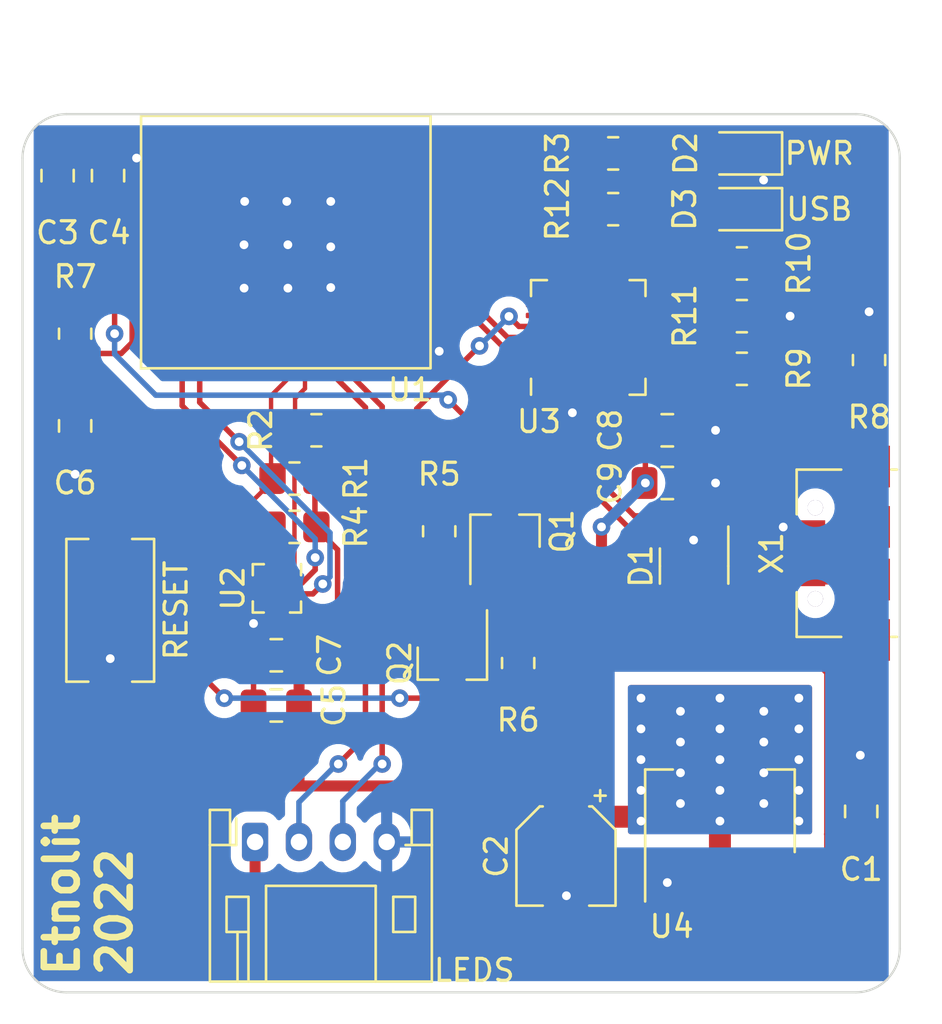
<source format=kicad_pcb>
(kicad_pcb (version 20211014) (generator pcbnew)
  (layers (0 "F.Cu" signal) (31 "B.Cu" signal) (34 "B.Paste" user) (35 "F.Paste" user) (36 "B.SilkS" user "B.Silkscreen") (37 "F.SilkS" user "F.Silkscreen") (38 "B.Mask" user) (39 "F.Mask" user) (44 "Edge.Cuts" user))
  (net 0 "")
  (net 1 "VBUS")
  (net 2 "GND")
  (net 3 "+3V3")
  (net 4 "/RESET")
  (net 5 "Net-(Q1-Pad1)")
  (net 6 "/DTR")
  (net 7 "/GPIO2")
  (net 8 "Net-(Q2-Pad1)")
  (net 9 "/RTS")
  (net 10 "/SDA")
  (net 11 "/SDC")
  (net 17 "/INT1")
  (net 18 "Net-(D1-Pad1)")
  (net 22 "/LEDC")
  (net 23 "/LEDD")
  (net 32 "/RXD0")
  (net 33 "/TXD0")
  (net 56 "Net-(R4-Pad2)")
  (net 57 "Net-(R11-Pad1)")
  (net 58 "Net-(R10-Pad2)")
  (net 59 "Net-(R8-Pad1)")
  (net 60 "Net-(D1-Pad3)")
  (net 61 "/INT2")
  (net 63 "Net-(D2-Pad2)")
  (net 64 "Net-(D3-Pad2)")
  (net 65 "Net-(R12-Pad1)")
  (footprint "Capacitor_SMD:C_0805_2012Metric_Pad1.18x1.45mm_HandSolder" (layer "F.Cu") (at 149.4 96.8)
    (fp_text reference "C9")
    (fp_text value "100nF")
  )
  (footprint "Capacitor_SMD:C_0805_2012Metric_Pad1.18x1.45mm_HandSolder" (layer "F.Cu") (at 122.4 94.2 -90)
    (fp_text reference "C6")
    (fp_text value "100nF")
  )
  (footprint "Resistor_SMD:R_0805_2012Metric_Pad1.20x1.40mm_HandSolder" (layer "F.Cu") (at 152.8 86.8 180)
    (fp_text reference "R10")
    (fp_text value "1K")
  )
  (footprint "Espressif:ESP32-C3-MINI-1" (layer "F.Cu") (at 132.08 85.95)
    (fp_text reference "U1")
    (fp_text value "ESP32-C3-MINI-1")
  )
  (footprint "Package_TO_SOT_SMD:SOT-23-5" (layer "F.Cu") (at 150.622 100.584 -90)
    (fp_text reference "D1")
    (fp_text value "SP0504BAHT")
  )
  (footprint "Package_DFN_QFN:QFN-28-1EP_5x5mm_P0.5mm_EP3.35x3.35mm" (layer "F.Cu") (at 145.796 90.17 90)
    (fp_text reference "U3")
    (fp_text value "CP2102N")
  )
  (footprint "Resistor_SMD:R_0805_2012Metric_Pad1.20x1.40mm_HandSolder" (layer "F.Cu") (at 133.4 94.4 180)
    (fp_text reference "R2")
    (fp_text value "10K")
  )
  (footprint "Capacitor_SMD:C_0805_2012Metric_Pad1.18x1.45mm_HandSolder" (layer "F.Cu") (at 123.9 82.8 90)
    (fp_text reference "C4")
    (fp_text value "100nF")
  )
  (footprint "Capacitor_SMD:C_0805_2012Metric_Pad1.18x1.45mm_HandSolder" (layer "F.Cu") (at 121.6 82.8 90)
    (fp_text reference "C3")
    (fp_text value "10uF")
  )
  (footprint "Package_TO_SOT_SMD:SOT-23_Handsoldering" (layer "F.Cu") (at 139.6 105 -90)
    (fp_text reference "Q2")
    (fp_text value "BC817")
  )
  (footprint "Capacitor_SMD:C_0805_2012Metric_Pad1.18x1.45mm_HandSolder" (layer "F.Cu") (at 131.572 106.9335 180)
    (fp_text reference "C5")
    (fp_text value "10uF")
  )
  (footprint "Resistor_SMD:R_0805_2012Metric_Pad1.20x1.40mm_HandSolder" (layer "F.Cu") (at 139 99 -90)
    (fp_text reference "R5")
    (fp_text value "10K")
  )
  (footprint "Diode_SMD:D_0805_2012Metric_Pad1.15x1.40mm_HandSolder" (layer "F.Cu") (at 152.775 84.328 180)
    (fp_text reference "D3")
    (fp_text value "USB")
  )
  (footprint "Custom:KSR Series" (layer "F.Cu") (at 124 102.6 90)
    (fp_text reference "PB1" hide)
    (fp_text value "RESET")
  )
  (footprint "Resistor_SMD:R_0805_2012Metric_Pad1.20x1.40mm_HandSolder" (layer "F.Cu") (at 132.4 96.6 180)
    (fp_text reference "R1")
    (fp_text value "10K")
  )
  (footprint "Package_TO_SOT_SMD:SOT-23_Handsoldering" (layer "F.Cu") (at 142 99 90)
    (fp_text reference "Q1")
    (fp_text value "BC817")
  )
  (footprint "Resistor_SMD:R_0805_2012Metric_Pad1.20x1.40mm_HandSolder" (layer "F.Cu") (at 146.933 81.788)
    (fp_text reference "R3")
    (fp_text value "1K")
  )
  (footprint "Connector_JST:JST_PH_S4B-PH-K_1x04_P2.00mm_Horizontal" (layer "F.Cu") (at 130.604 113.15)
    (fp_text reference "X2" hide)
    (fp_text value "Conn_01x04_Female")
  )
  (footprint "Diode_SMD:D_0805_2012Metric_Pad1.15x1.40mm_HandSolder" (layer "F.Cu") (at 152.775 81.788 180)
    (fp_text reference "D2")
    (fp_text value "PWR")
  )
  (footprint "Resistor_SMD:R_0805_2012Metric_Pad1.20x1.40mm_HandSolder" (layer "F.Cu") (at 142.6 105 90)
    (fp_text reference "R6")
    (fp_text value "10K")
  )
  (footprint "Package_TO_SOT_SMD:SOT-223-3_TabPin2" (layer "F.Cu") (at 151.8 111.76 90)
    (fp_text reference "U4")
    (fp_text value "LM1117-3.3")
  )
  (footprint "Resistor_SMD:R_0805_2012Metric_Pad1.20x1.40mm_HandSolder" (layer "F.Cu") (at 122.4 90 -90)
    (fp_text reference "R7")
    (fp_text value "10K")
  )
  (footprint "Capacitor_SMD:C_0805_2012Metric_Pad1.18x1.45mm_HandSolder" (layer "F.Cu") (at 158.242 111.76 90)
    (fp_text reference "C1")
    (fp_text value "10uF")
  )
  (footprint "Resistor_SMD:R_0805_2012Metric_Pad1.20x1.40mm_HandSolder" (layer "F.Cu") (at 152.8 91.6 180)
    (fp_text reference "R9")
    (fp_text value "22K1")
  )
  (footprint "Package_LGA:LGA-12_2x2mm_P0.5mm" (layer "F.Cu") (at 131.6 101.6 -90)
    (fp_text reference "U2")
    (fp_text value "LIS2DW12")
  )
  (footprint "Capacitor_SMD:C_0805_2012Metric_Pad1.18x1.45mm_HandSolder" (layer "F.Cu") (at 131.572 104.6475 180)
    (fp_text reference "C7")
    (fp_text value "100nF")
  )
  (footprint "Resistor_SMD:R_0805_2012Metric_Pad1.20x1.40mm_HandSolder" (layer "F.Cu") (at 132.4 98.8 180)
    (fp_text reference "R4")
    (fp_text value "1K")
  )
  (footprint "Resistor_SMD:R_0805_2012Metric_Pad1.20x1.40mm_HandSolder" (layer "F.Cu") (at 152.8 89.2)
    (fp_text reference "R11")
    (fp_text value "47K5")
  )
  (footprint "Resistor_SMD:R_0805_2012Metric_Pad1.20x1.40mm_HandSolder" (layer "F.Cu") (at 146.933 84.328)
    (fp_text reference "R12")
    (fp_text value "1K")
  )
  (footprint "Capacitor_SMD:CP_Elec_4x5.4" (layer "F.Cu") (at 144.78 113.792 -90)
    (fp_text reference "C2")
    (fp_text value "22uF")
  )
  (footprint "Resistor_SMD:R_0805_2012Metric_Pad1.20x1.40mm_HandSolder" (layer "F.Cu") (at 158.6 91.2 90)
    (fp_text reference "R8")
    (fp_text value "0R")
  )
  (footprint "Capacitor_SMD:C_0805_2012Metric_Pad1.18x1.45mm_HandSolder" (layer "F.Cu") (at 149.4 94.4)
    (fp_text reference "C8")
    (fp_text value "10uF")
  )
  (footprint "Custom:Wurth 629105136821" (layer "F.Cu") (at 158.6 100 90)
    (fp_text reference "X1")
    (fp_text value "USB_B_Micro")
  )
  (gr_arc locked (start 158 80) (mid 159.414214 80.585786) (end 160 82) (layer "Edge.Cuts") (width 0.1))
  (gr_line locked (start 120 118) (end 120 82) (layer "Edge.Cuts") (width 0.1))
  (gr_line locked (start 122 80) (end 158 80) (layer "Edge.Cuts") (width 0.1))
  (gr_line locked (start 158 120) (end 122 120) (layer "Edge.Cuts") (width 0.1))
  (gr_arc locked (start 160 118) (mid 159.414214 119.414214) (end 158 120) (layer "Edge.Cuts") (width 0.1))
  (gr_arc locked (start 120 82) (mid 120.585786 80.585787) (end 122 80) (layer "Edge.Cuts") (width 0.1))
  (gr_arc locked (start 122 120) (mid 120.585786 119.414214) (end 120 118) (layer "Edge.Cuts") (width 0.1))
  (gr_line locked (start 160 82) (end 160 118) (layer "Edge.Cuts") (width 0.1))
  (gr_text "Etnolit\n2022" (at 123 119.4 90) (layer "F.SilkS") (effects (font (size 1.5 1.5) (thickness 0.3)) (justify left)))
  (segment (start 156.2 115) (end 156.8 114.4) (width 0.5) (layer "F.Cu") (net 1))
  (segment (start 151.572 103.172) (end 151.572 101.7215) (width 0.5) (layer "F.Cu") (net 1))
  (segment (start 156.075 101.3) (end 151.6585 101.3) (width 0.25) (layer "F.Cu") (net 1))
  (segment (start 156.8 114.4) (end 156.8 112.7975) (width 0.5) (layer "F.Cu") (net 1))
  (segment (start 157 101.3) (end 157.226 101.074) (width 0.25) (layer "F.Cu") (net 1))
  (segment (start 158.242 112.7975) (end 156.8 112.7975) (width 0.5) (layer "F.Cu") (net 1))
  (segment (start 156.8 112.7975) (end 156.8 105.4) (width 0.5) (layer "F.Cu") (net 1))
  (segment (start 154.01 115) (end 156.2 115) (width 0.5) (layer "F.Cu") (net 1))
  (segment (start 154 115.01) (end 154.01 115) (width 0.5) (layer "F.Cu") (net 1))
  (segment (start 130.604 115.404) (end 133.4 118.2) (width 0.5) (layer "F.Cu") (net 1))
  (segment (start 130.604 113.15) (end 130.604 115.404) (width 0.5) (layer "F.Cu") (net 1))
  (segment (start 154 116.8) (end 154 115.01) (width 0.5) (layer "F.Cu") (net 1))
  (segment (start 156.8 105.4) (end 155.6 104.2) (width 0.5) (layer "F.Cu") (net 1))
  (segment (start 155.6 104.2) (end 152.6 104.2) (width 0.5) (layer "F.Cu") (net 1))
  (segment (start 156.075 101.3) (end 157 101.3) (width 0.25) (layer "F.Cu") (net 1))
  (segment (start 152.6 118.2) (end 154 116.8) (width 0.5) (layer "F.Cu") (net 1))
  (segment (start 157.226 95.026) (end 153.8 91.6) (width 0.25) (layer "F.Cu") (net 1))
  (segment (start 157.226 101.074) (end 157.226 95.026) (width 0.25) (layer "F.Cu") (net 1))
  (segment (start 152.6 104.2) (end 151.572 103.172) (width 0.5) (layer "F.Cu") (net 1))
  (segment (start 133.4 118.2) (end 152.6 118.2) (width 0.5) (layer "F.Cu") (net 1))
  (segment (start 126.9225 81.95) (end 127.28 81.95) (width 0.25) (layer "F.Cu") (net 2))
  (segment (start 127.28 89.8775) (end 127.2575 89.9) (width 0.25) (layer "F.Cu") (net 2))
  (segment (start 130.5345 104.6475) (end 130.5345 103.2) (width 0.25) (layer "F.Cu") (net 2))
  (segment (start 128.88 81.05) (end 128.08 81.05) (width 0.25) (layer "F.Cu") (net 2))
  (segment (start 129.68 81.05) (end 128.88 81.05) (width 0.25) (layer "F.Cu") (net 2))
  (segment (start 130.105 85.95) (end 130.1 85.95) (width 0.25) (layer "F.Cu") (net 2))
  (segment (start 126.13 89.95) (end 126.18 89.9) (width 0.25) (layer "F.Cu") (net 2))
  (segment (start 130.5345 103.145) (end 130.85 102.8295) (width 0.25) (layer "F.Cu") (net 2))
  (segment (start 126.13 90.9) (end 126.13 89.95) (width 0.25) (layer "F.Cu") (net 2))
  (segment (start 130.1 85.95) (end 132.098 85.95) (width 0.25) (layer "F.Cu") (net 2))
  (segment (start 126.13 81) (end 127.23 81) (width 0.25) (layer "F.Cu") (net 2))
  (segment (start 127.28 85.978) (end 127.28 89.8775) (width 0.25) (layer "F.Cu") (net 2))
  (segment (start 130.8375 102.3465) (end 130.822 102.362) (width 0.25) (layer "F.Cu") (net 2))
  (segment (start 145.296 92.62) (end 145.296 90.67) (width 0.25) (layer "F.Cu") (net 2))
  (segment (start 158.242 109.242) (end 158.2 109.2) (width 0.25) (layer "F.Cu") (net 2))
  (segment (start 122.4 96.4) (end 122.428 96.372) (width 0.25) (layer "F.Cu") (net 2))
  (segment (start 158.6 90.2) (end 158.6 89) (width 0.25) (layer "F.Cu") (net 2))
  (segment (start 132.102 85.95) (end 134.055 85.95) (width 0.25) (layer "F.Cu") (net 2))
  (segment (start 126.18 89.9) (end 127.2575 89.9) (width 0.25) (layer "F.Cu") (net 2))
  (segment (start 132.1 87.925) (end 134.028 87.925) (width 0.25) (layer "F.Cu") (net 2))
  (segment (start 126.18 81.95) (end 126.9225 81.95) (width 0.25) (layer "F.Cu") (net 2))
  (segment (start 155 89.2) (end 153.8 89.2) (width 0.25) (layer "F.Cu") (net 2))
  (segment (start 125.2 82) (end 124.1375 82) (width 0.25) (layer "F.Cu") (net 2))
  (segment (start 128.08 81.05) (end 127.28 81.05) (width 0.25) (layer "F.Cu") (net 2))
  (segment (start 144.792 115.592) (end 144.8 115.6) (width 0.25) (layer "F.Cu") (net 2))
  (segment (start 130.85 102.8295) (end 130.85 102.3625) (width 0.25) (layer "F.Cu") (net 2))
  (segment (start 129.68 81.05) (end 130.48 81.05) (width 0.25) (layer "F.Cu") (net 2))
  (segment (start 130.105 84) (end 130.13 83.975) (width 0.25) (layer "F.Cu") (net 2))
  (segment (start 139 90.898) (end 138.028 90.898) (width 0.25) (layer "F.Cu") (net 2))
  (segment (start 130.105 87.925) (end 132.1 87.925) (width 0.25) (layer "F.Cu") (net 2))
  (segment (start 145.296 90.67) (end 145.796 90.17) (width 0.25) (layer "F.Cu") (net 2))
  (segment (start 144.78 115.592) (end 144.792 115.592) (width 0.25) (layer "F.Cu") (net 2))
  (segment (start 124.1375 82) (end 123.9 81.7625) (width 0.25) (layer "F.Cu") (net 2))
  (segment (start 149.49 114.91) (end 149.4 115) (width 0.25) (layer "F.Cu") (net 2))
  (segment (start 153.8 83.009) (end 153.791 83) (width 0.25) (layer "F.Cu") (net 2))
  (segment (start 145.296 93.3755) (end 145.0715 93.6) (width 0.25) (layer "F.Cu") (net 2))
  (segment (start 127.23 81) (end 127.28 81.05) (width 0.25) (layer "F.Cu") (net 2))
  (segment (start 128.58 89.9) (end 128.88 90.2) (width 0.25) (layer "F.Cu") (net 2))
  (segment (start 158.242 110.7225) (end 158.242 109.242) (width 0.25) (layer "F.Cu") (net 2))
  (segment (start 150.4375 94.4) (end 151.6 94.4) (width 0.25) (layer "F.Cu") (net 2))
  (segment (start 130.48 81.05) (end 136.88 81.05) (width 0.25) (layer "F.Cu") (net 2))
  (segment (start 130.105 87.925) (end 130.105 84) (width 0.25) (layer "F.Cu") (net 2))
  (segment (start 153.8 84.328) (end 153.8 83.009) (width 0.25) (layer "F.Cu") (net 2))
  (segment (start 126.18 81.95) (end 126.18 82.75) (width 0.25) (layer "F.Cu") (net 2))
  (segment (start 153.8 82.991) (end 153.791 83) (width 0.25) (layer "F.Cu") (net 2))
  (segment (start 136.93 81) (end 136.88 81.05) (width 0.25) (layer "F.Cu") (net 2))
  (segment (start 134.028 87.925) (end 134.055 87.898) (width 0.25) (layer "F.Cu") (net 2))
  (segment (start 121.6 81.7625) (end 123.9 81.7625) (width 0.5) (layer "F.Cu") (net 2))
  (segment (start 150.622 99.422) (end 150.6 99.4) (width 0.25) (layer "F.Cu") (net 2))
  (segment (start 130.8375 101.3775) (end 130.8375 102.3465) (width 0.25) (layer "F.Cu") (net 2))
  (segment (start 130.822 102.362) (end 131.322 102.362) (width 0.25) (layer "F.Cu") (net 2))
  (segment (start 127.28 81.95) (end 127.28 85.978) (width 0.25) (layer "F.Cu") (net 2))
  (segment (start 150.4375 96.8) (end 151.6 96.8) (width 0.25) (layer "F.Cu") (net 2))
  (segment (start 138.03 81) (end 136.93 81) (width 0.25) (layer "F.Cu") (net 2))
  (segment (start 130.5345 104.6475) (end 130.5345 106.9335) (width 0.25) (layer "F.Cu") (net 2))
  (segment (start 127.2575 89.9) (end 128.58 89.9) (width 0.25) (layer "F.Cu") (net 2))
  (segment (start 124 106.1) (end 124 104.8) (width 0.25) (layer "F.Cu") (net 2))
  (segment (start 130.13 83.975) (end 132.05 83.975) (width 0.25) (layer "F.Cu") (net 2))
  (segment (start 127.28 81.95) (end 127.28 81.05) (width 0.25) (layer "F.Cu") (net 2))
  (segment (start 134.055 83.975) (end 134.055 86.043) (width 0.25) (layer "F.Cu") (net 2))
  (segment (start 154.792 98.7) (end 154.686 98.806) (width 0.25) (layer "F.Cu") (net 2))
  (segment (start 132.098 85.95) (end 132.1 85.948) (width 0.25) (layer "F.Cu") (net 2))
  (segment (start 132.08 87.925) (end 132.08 83.975) (width 0.25) (layer "F.Cu") (net 2))
  (segment (start 125.25 81.95) (end 126.18 81.95) (width 0.25) (layer "F.Cu") (net 2))
  (segment (start 130.5345 103.2) (end 130.5345 103.145) (width 0.25) (layer "F.Cu") (net 2))
  (segment (start 122.428 96.372) (end 122.428 95.2715) (width 0.25) (layer "F.Cu") (net 2))
  (segment (start 132.05 83.975) (end 134.055 83.975) (width 0.25) (layer "F.Cu") (net 2))
  (segment (start 145.296 92.62) (end 145.296 93.3755) (width 0.25) (layer "F.Cu") (net 2))
  (segment (start 156.075 98.7) (end 154.792 98.7) (width 0.25) (layer "F.Cu") (net 2))
  (segment (start 150.622 99.4465) (end 150.622 99.422) (width 0.25) (layer "F.Cu") (net 2))
  (segment (start 149.5 114.91) (end 149.49 114.91) (width 0.25) (layer "F.Cu") (net 2))
  (segment (start 134.055 86.043) (end 134.055 87.898) (width 0.25) (layer "F.Cu") (net 2))
  (segment (start 125.2 82) (end 125.25 81.95) (width 0.25) (layer "F.Cu") (net 2))
  (segment (start 128.88 90.2) (end 128.88 90.85) (width 0.25) (layer "F.Cu") (net 2))
  (segment (start 132.1 85.948) (end 132.102 85.95) (width 0.25) (layer "F.Cu") (net 2))
  (segment (start 153.8 81.788) (end 153.8 82.991) (width 0.25) (layer "F.Cu") (net 2))
  (via (at 122.4 96.4) (size 0.8) (drill 0.4) (layers "F.Cu" "B.Cu") (net 2))
  (via (at 151.6 94.4) (size 0.8) (drill 0.4) (layers "F.Cu" "B.Cu") (net 2))
  (via (at 132.05 83.975) (size 0.8) (drill 0.4) (layers "F.Cu" "B.Cu") (net 2))
  (via (at 124 104.8) (size 0.8) (drill 0.4) (layers "F.Cu" "B.Cu") (net 2))
  (via (at 150.6 99.4) (size 0.8) (drill 0.4) (layers "F.Cu" "B.Cu") (net 2))
  (via (at 151.6 96.8) (size 0.8) (drill 0.4) (layers "F.Cu" "B.Cu") (net 2))
  (via (at 134.055 83.975) (size 0.8) (drill 0.4) (layers "F.Cu" "B.Cu") (net 2))
  (via (at 139 90.8) (size 0.8) (drill 0.4) (layers "F.Cu" "B.Cu") (net 2))
  (via (at 158.2 109.2) (size 0.8) (drill 0.4) (layers "F.Cu" "B.Cu") (net 2))
  (via (at 145.0715 93.6) (size 0.8) (drill 0.4) (layers "F.Cu" "B.Cu") (net 2))
  (via (at 130.13 83.975) (size 0.8) (drill 0.4) (layers "F.Cu" "B.Cu") (net 2))
  (via (at 132.1 85.948) (size 0.8) (drill 0.4) (layers "F.Cu" "B.Cu") (net 2))
  (via (at 144.8 115.6) (size 0.8) (drill 0.4) (layers "F.Cu" "B.Cu") (net 2))
  (via (at 155 89.2) (size 0.8) (drill 0.4) (layers "F.Cu" "B.Cu") (net 2))
  (via (at 125.2 82) (size 0.8) (drill 0.4) (layers "F.Cu" "B.Cu") (net 2))
  (via (at 134.055 87.898) (size 0.8) (drill 0.4) (layers "F.Cu" "B.Cu") (net 2))
  (via (at 130.5345 103.2) (size 0.8) (drill 0.4) (layers "F.Cu" "B.Cu") (net 2))
  (via (at 132.1 87.925) (size 0.8) (drill 0.4) (layers "F.Cu" "B.Cu") (net 2))
  (via (at 153.791 83) (size 0.8) (drill 0.4) (layers "F.Cu" "B.Cu") (net 2))
  (via (at 134.055 86.043) (size 0.8) (drill 0.4) (layers "F.Cu" "B.Cu") (net 2))
  (via (at 149.4 115) (size 0.8) (drill 0.4) (layers "F.Cu" "B.Cu") (net 2))
  (via (at 158.6 89) (size 0.8) (drill 0.4) (layers "F.Cu" "B.Cu") (net 2))
  (via (at 130.105 87.925) (size 0.8) (drill 0.4) (layers "F.Cu" "B.Cu") (net 2))
  (via (at 154.686 98.806) (size 0.8) (drill 0.4) (layers "F.Cu" "B.Cu") (net 2))
  (via (at 130.1 85.95) (size 0.8) (drill 0.4) (layers "F.Cu" "B.Cu") (net 2))
  (segment (start 124.8 110.6) (end 140.4 110.6) (width 0.5) (layer "F.Cu") (net 3))
  (segment (start 120.904 88.138) (end 120.904 106.68) (width 0.5) (layer "F.Cu") (net 3))
  (segment (start 146.4 107.6) (end 144.78 109.22) (width 0.5) (layer "F.Cu") (net 3))
  (segment (start 152.8 86.8) (end 152.8 83.8) (width 0.25) (layer "F.Cu") (net 3))
  (segment (start 152.067493 83.058) (end 147.203 83.058) (width 0.25) (layer "F.Cu") (net 3))
  (segment (start 151.8 109) (end 151.8 108.61) (width 1) (layer "F.Cu") (net 3))
  (segment (start 121.6 83.8375) (end 123.9 83.8375) (width 0.5) (layer "F.Cu") (net 3))
  (segment (start 148.3625 94.4) (end 149.7625 93) (width 0.25) (layer "F.Cu") (net 3))
  (segment (start 133.334 95.25) (end 134.35 94.234) (width 0.25) (layer "F.Cu") (net 3))
  (segment (start 146.4 98.8) (end 146.4 107.6) (width 0.5) (layer "F.Cu") (net 3))
  (segment (start 132.6095 106.9335) (end 132.6095 104.6475) (width 0.5) (layer "F.Cu") (net 3))
  (segment (start 147.62 92.62) (end 147.296 92.62) (width 0.25) (layer "F.Cu") (net 3))
  (segment (start 151.8 110) (end 151.8 109) (width 1) (layer "F.Cu") (net 3))
  (segment (start 151.8 112) (end 144.788 112) (width 1) (layer "F.Cu") (net 3))
  (segment (start 134.366 99.838) (end 133.334 98.806) (width 0.25) (layer "F.Cu") (net 3))
  (segment (start 141.792 111.992) (end 144.78 111.992) (width 0.5) (layer "F.Cu") (net 3))
  (segment (start 132.6095 103.145) (end 132.6095 104.6475) (width 0.25) (layer "F.Cu") (net 3))
  (segment (start 152.775 83.765507) (end 152.067493 83.058) (width 0.25) (layer "F.Cu") (net 3))
  (segment (start 149.7625 93) (end 152 93) (width 0.25) (layer "F.Cu") (net 3))
  (segment (start 133.334 96.52) (end 133.334 95.25) (width 0.25) (layer "F.Cu") (net 3))
  (segment (start 133.334 98.806) (end 133.334 96.52) (width 0.25) (layer "F.Cu") (net 3))
  (segment (start 153.8 86.8) (end 152.8 86.8) (width 0.25) (layer "F.Cu") (net 3))
  (segment (start 152.8 92.2) (end 152.8 86.8) (width 0.25) (layer "F.Cu") (net 3))
  (segment (start 132.6095 106.9335) (end 132.6095 110.6) (width 0.5) (layer "F.Cu") (net 3))
  (segment (start 132.35 102.8855) (end 132.6095 103.145) (width 0.25) (layer "F.Cu") (net 3))
  (segment (start 144.788 112) (end 144.78 111.992) (width 0.25) (layer "F.Cu") (net 3))
  (segment (start 144.78 109.22) (end 144.78 111.992) (width 0.5) (layer "F.Cu") (net 3))
  (segment (start 122.428 88.916) (end 122.428 86.772) (width 0.25) (layer "F.Cu") (net 3))
  (segment (start 140.4 110.6) (end 141.792 111.992) (width 0.5) (layer "F.Cu") (net 3))
  (segment (start 122.428 86.772) (end 123.9 85.3) (width 0.25) (layer "F.Cu") (net 3))
  (segment (start 146.796 92.62) (end 147.296 92.62) (width 0.25) (layer "F.Cu") (net 3))
  (segment (start 126.18 83.55) (end 124.1875 83.55) (width 0.25) (layer "F.Cu") (net 3))
  (segment (start 132.35 102.362) (end 132.35 102.8855) (width 0.25) (layer "F.Cu") (net 3))
  (segment (start 151.8 111) (end 151.8 110) (width 1) (layer "F.Cu") (net 3))
  (segment (start 124.1875 83.55) (end 123.9 83.8375) (width 0.25) (layer "F.Cu") (net 3))
  (segment (start 151.8 114.91) (end 151.8 111) (width 1) (layer "F.Cu") (net 3))
  (segment (start 148.4 96.8) (end 148.4 93.4) (width 0.25) (layer "F.Cu") (net 3))
  (segment (start 120.904 106.68) (end 124.824 110.6) (width 0.5) (layer "F.Cu") (net 3))
  (segment (start 147.203 83.058) (end 145.933 81.788) (width 0.25) (layer "F.Cu") (net 3))
  (segment (start 121.666 87.376) (end 120.904 88.138) (width 0.5) (layer "F.Cu") (net 3))
  (segment (start 131.822 102.362) (end 132.35 102.362) (width 0.25) (layer "F.Cu") (net 3))
  (segment (start 152 93) (end 152.8 92.2) (width 0.25) (layer "F.Cu") (net 3))
  (segment (start 121.666 83.566) (end 121.666 87.376) (width 0.5) (layer "F.Cu") (net 3))
  (segment (start 134.366 102.891) (end 134.366 99.838) (width 0.25) (layer "F.Cu") (net 3))
  (segment (start 123.9 85.3) (end 123.9 83.8375) (width 0.25) (layer "F.Cu") (net 3))
  (segment (start 132.6095 104.6475) (end 134.366 102.891) (width 0.25) (layer "F.Cu") (net 3))
  (segment (start 148.4 93.4) (end 147.62 92.62) (width 0.25) (layer "F.Cu") (net 3))
  (via (at 148.2 110.8) (size 0.8) (drill 0.4) (layers "F.Cu" "B.Cu") (net 3))
  (via (at 148.2 108) (size 0.8) (drill 0.4) (layers "F.Cu" "B.Cu") (net 3))
  (via (at 150 110) (size 0.8) (drill 0.4) (layers "F.Cu" "B.Cu") (net 3))
  (via (at 153.8 111.4) (size 0.8) (drill 0.4) (layers "F.Cu" "B.Cu") (net 3))
  (via (at 153.8 110) (size 0.8) (drill 0.4) (layers "F.Cu" "B.Cu") (net 3))
  (via (at 153.8 108.6) (size 0.8) (drill 0.4) (layers "F.Cu" "B.Cu") (net 3))
  (via (at 155.4 106.6) (size 0.8) (drill 0.4) (layers "F.Cu" "B.Cu") (net 3))
  (via (at 148.4 96.8) (size 0.8) (drill 0.4) (layers "F.Cu" "B.Cu") (net 3))
  (via (at 150 107.2) (size 0.8) (drill 0.4) (layers "F.Cu" "B.Cu") (net 3))
  (via (at 151.8 112.2) (size 0.8) (drill 0.4) (layers "F.Cu" "B.Cu") (net 3))
  (via (at 151.8 110.8) (size 0.8) (drill 0.4) (layers "F.Cu" "B.Cu") (net 3))
  (via (at 153.8 107.2) (size 0.8) (drill 0.4) (layers "F.Cu" "B.Cu") (net 3))
  (via (at 148.2 112.2) (size 0.8) (drill 0.4) (layers "F.Cu" "B.Cu") (net 3))
  (via (at 150 111.4) (size 0.8) (drill 0.4) (layers "F.Cu" "B.Cu") (net 3))
  (via (at 148.2 106.6) (size 0.8) (drill 0.4) (layers "F.Cu" "B.Cu") (net 3))
  (via (at 151.8 106.6) (size 0.8) (drill 0.4) (layers "F.Cu" "B.Cu") (net 3))
  (via (at 151.8 109.4) (size 0.8) (drill 0.4) (layers "F.Cu" "B.Cu") (net 3))
  (via (at 151.8 108) (size 0.8) (drill 0.4) (layers "F.Cu" "B.Cu") (net 3))
  (via (at 155.4 112.2) (size 0.8) (drill 0.4) (layers "F.Cu" "B.Cu") (net 3))
  (via (at 150 108.6) (size 0.8) (drill 0.4) (layers "F.Cu" "B.Cu") (net 3))
  (via (at 155.4 109.4) (size 0.8) (drill 0.4) (layers "F.Cu" "B.Cu") (net 3))
  (via (at 155.4 110.8) (size 0.8) (drill 0.4) (layers "F.Cu" "B.Cu") (net 3))
  (via (at 155.4 108) (size 0.8) (drill 0.4) (layers "F.Cu" "B.Cu") (net 3))
  (via (at 146.4 98.8) (size 0.8) (drill 0.4) (layers "F.Cu" "B.Cu") (net 3))
  (via (at 148.2 109.4) (size 0.8) (drill 0.4) (layers "F.Cu" "B.Cu") (net 3))
  (segment (start 146.4 98.8) (end 148.4 96.8) (width 0.5) (layer "B.Cu") (net 3))
  (segment (start 122.428 90.916) (end 122.428 93.1965) (width 0.25) (layer "F.Cu") (net 4))
  (segment (start 122.428 93.1965) (end 124 94.7685) (width 0.25) (layer "F.Cu") (net 4))
  (segment (start 125.000011 90.399989) (end 124.499986 90.900014) (width 0.25) (layer "F.Cu") (net 4))
  (segment (start 137.2 106.6) (end 139.414 106.6) (width 0.25) (layer "F.Cu") (net 4))
  (segment (start 125.000011 87.799989) (end 125.000011 90.399989) (width 0.25) (layer "F.Cu") (net 4))
  (segment (start 126.18 87.55) (end 125.25 87.55) (width 0.25) (layer "F.Cu") (net 4))
  (segment (start 124 101.4) (end 129.2 106.6) (width 0.25) (layer "F.Cu") (net 4))
  (segment (start 122.443986 90.900014) (end 122.428 90.916) (width 0.25) (layer "F.Cu") (net 4))
  (segment (start 139.414 106.6) (end 139.446 106.632) (width 0.25) (layer "F.Cu") (net 4))
  (segment (start 124.499986 90.900014) (end 122.443986 90.900014) (width 0.25) (layer "F.Cu") (net 4))
  (segment (start 124 94.7685) (end 124 101.4) (width 0.25) (layer "F.Cu") (net 4))
  (segment (start 125.25 87.55) (end 125.000011 87.799989) (width 0.25) (layer "F.Cu") (net 4))
  (via (at 129.2 106.6) (size 0.8) (drill 0.4) (layers "F.Cu" "B.Cu") (net 4))
  (via (at 137.2 106.6) (size 0.8) (drill 0.4) (layers "F.Cu" "B.Cu") (net 4))
  (segment (start 129.2 106.6) (end 137.2 106.6) (width 0.25) (layer "B.Cu") (net 4))
  (segment (start 139 98.036) (end 141.05 100.086) (width 0.25) (layer "F.Cu") (net 5))
  (segment (start 141.05 100.086) (end 141.05 100.536) (width 0.25) (layer "F.Cu") (net 5))
  (segment (start 142.95 103.954) (end 142.95 100.536) (width 0.25) (layer "F.Cu") (net 6))
  (segment (start 142.95 94.25) (end 143.346 93.854) (width 0.25) (layer "F.Cu") (net 6))
  (segment (start 143.346 93.854) (end 143.346 91.67) (width 0.25) (layer "F.Cu") (net 6))
  (segment (start 142.95 100.536) (end 142.95 94.25) (width 0.25) (layer "F.Cu") (net 6))
  (segment (start 142.748 104.156) (end 142.95 103.954) (width 0.25) (layer "F.Cu") (net 6))
  (segment (start 125.341 85.15) (end 124.2 86.291) (width 0.25) (layer "F.Cu") (net 7))
  (segment (start 126.18 85.15) (end 125.341 85.15) (width 0.25) (layer "F.Cu") (net 7))
  (segment (start 124.2 86.291) (end 124.2 90) (width 0.25) (layer "F.Cu") (net 7))
  (segment (start 142 95.6) (end 139.409299 93.009299) (width 0.25) (layer "F.Cu") (net 7))
  (segment (start 142 97.536) (end 142 95.6) (width 0.25) (layer "F.Cu") (net 7))
  (via (at 124.2 90) (size 0.8) (drill 0.4) (layers "F.Cu" "B.Cu") (net 7))
  (via (at 139.409299 93.009299) (size 0.8) (drill 0.4) (layers "F.Cu" "B.Cu") (net 7))
  (segment (start 126.074 92.8) (end 139.2 92.8) (width 0.25) (layer "B.Cu") (net 7))
  (segment (start 139.2 92.8) (end 139.409299 93.009299) (width 0.25) (layer "B.Cu") (net 7))
  (segment (start 124.2 90) (end 124.2 90.926) (width 0.25) (layer "B.Cu") (net 7))
  (segment (start 124.2 90.926) (end 126.074 92.8) (width 0.25) (layer "B.Cu") (net 7))
  (segment (start 140.396 103.804) (end 142.748 106.156) (width 0.25) (layer "F.Cu") (net 8))
  (segment (start 140.396 103.632) (end 140.396 103.804) (width 0.25) (layer "F.Cu") (net 8))
  (segment (start 139 100) (end 138.65 100.35) (width 0.25) (layer "F.Cu") (net 9))
  (segment (start 137.97548 93.41852) (end 140.838701 90.555299) (width 0.25) (layer "F.Cu") (net 9))
  (segment (start 143.346 89.67) (end 142.638316 89.67) (width 0.25) (layer "F.Cu") (net 9))
  (segment (start 142.638316 89.67) (end 142.181158 89.212842) (width 0.25) (layer "F.Cu") (net 9))
  (segment (start 138.964 100) (end 137.97548 99.01148) (width 0.25) (layer "F.Cu") (net 9))
  (segment (start 137.97548 99.01148) (end 137.97548 93.41852) (width 0.25) (layer "F.Cu") (net 9))
  (segment (start 138.65 100.35) (end 138.65 103.5) (width 0.25) (layer "F.Cu") (net 9))
  (segment (start 139 100) (end 138.964 100) (width 0.25) (layer "F.Cu") (net 9))
  (via (at 140.838701 90.555299) (size 0.8) (drill 0.4) (layers "F.Cu" "B.Cu") (net 9))
  (via (at 142.181158 89.212842) (size 0.8) (drill 0.4) (layers "F.Cu" "B.Cu") (net 9))
  (segment (start 142.181158 89.212842) (end 140.838701 90.555299) (width 0.25) (layer "B.Cu") (net 9))
  (segment (start 132.08 90.752) (end 132.08 92.075) (width 0.2) (layer "F.Cu") (net 10))
  (segment (start 132.08 92.075) (end 131.334 92.821) (width 0.2) (layer "F.Cu") (net 10))
  (segment (start 131.334 92.821) (end 131.334 96.774) (width 0.2) (layer "F.Cu") (net 10))
  (segment (start 130.40948 97.69852) (end 131.334 96.774) (width 0.2) (layer "F.Cu") (net 10))
  (segment (start 130.40948 100.42448) (end 130.40948 97.69852) (width 0.2) (layer "F.Cu") (net 10))
  (segment (start 130.822 100.837) (end 130.40948 100.42448) (width 0.2) (layer "F.Cu") (net 10))
  (segment (start 132.4 94.516) (end 132.428 94.488) (width 0.2) (layer "F.Cu") (net 11))
  (segment (start 132.428 92.948) (end 132.88 92.496) (width 0.2) (layer "F.Cu") (net 11))
  (segment (start 132.428 94.488) (end 132.428 92.948) (width 0.2) (layer "F.Cu") (net 11))
  (segment (start 132.35 100.8375) (end 132.4 100.7875) (width 0.2) (layer "F.Cu") (net 11))
  (segment (start 132.88 92.496) (end 132.88 90.83) (width 0.2) (layer "F.Cu") (net 11))
  (segment (start 132.4 100.7875) (end 132.4 94.516) (width 0.2) (layer "F.Cu") (net 11))
  (segment (start 132.749522 101.3495) (end 132.3345 101.3495) (width 0.25) (layer "F.Cu") (net 17))
  (segment (start 130 96) (end 127.28 93.28) (width 0.25) (layer "F.Cu") (net 17))
  (segment (start 133.345701 100.753321) (end 132.749522 101.3495) (width 0.25) (layer "F.Cu") (net 17))
  (segment (start 133.345701 100.2) (end 133.345701 100.753321) (width 0.25) (layer "F.Cu") (net 17))
  (segment (start 127.28 93.28) (end 127.28 90.85) (width 0.25) (layer "F.Cu") (net 17))
  (via (at 133.345701 100.2) (size 0.8) (drill 0.4) (layers "F.Cu" "B.Cu") (net 17))
  (via (at 130 96) (size 0.8) (drill 0.4) (layers "F.Cu" "B.Cu") (net 17))
  (segment (start 133.345701 99.345701) (end 133.345701 100.2) (width 0.25) (layer "B.Cu") (net 17))
  (segment (start 130 96) (end 133.345701 99.345701) (width 0.25) (layer "B.Cu") (net 17))
  (segment (start 151.572 98.486) (end 151.384 98.298) (width 0.25) (layer "F.Cu") (net 18))
  (segment (start 152.2785 99.4465) (end 151.572 99.4465) (width 0.25) (layer "F.Cu") (net 18))
  (segment (start 156.075 100) (end 152.832 100) (width 0.25) (layer "F.Cu") (net 18))
  (segment (start 152.832 100) (end 152.2785 99.4465) (width 0.25) (layer "F.Cu") (net 18))
  (segment (start 151.572 99.4465) (end 151.572 98.486) (width 0.25) (layer "F.Cu") (net 18))
  (segment (start 147.898 98.298) (end 146.296 96.696) (width 0.25) (layer "F.Cu") (net 18))
  (segment (start 151.384 98.298) (end 147.898 98.298) (width 0.25) (layer "F.Cu") (net 18))
  (segment (start 146.296 96.696) (end 146.296 92.62) (width 0.25) (layer "F.Cu") (net 18))
  (segment (start 133.68 91.4) (end 133.68 90.85) (width 0.25) (layer "F.Cu") (net 22))
  (segment (start 135.636 93.356) (end 133.68 91.4) (width 0.25) (layer "F.Cu") (net 22))
  (segment (start 135.636 108.364) (end 135.636 93.356) (width 0.25) (layer "F.Cu") (net 22))
  (segment (start 134.4 109.6) (end 135.636 108.364) (width 0.25) (layer "F.Cu") (net 22))
  (via (at 134.4 109.6) (size 0.8) (drill 0.4) (layers "F.Cu" "B.Cu") (net 22))
  (segment (start 132.604 111.3405) (end 132.604 113.15) (width 0.25) (layer "B.Cu") (net 22))
  (segment (start 134.3445 109.6) (end 132.604 111.3405) (width 0.25) (layer "B.Cu") (net 22))
  (segment (start 134.4 109.6) (end 134.3445 109.6) (width 0.25) (layer "B.Cu") (net 22))
  (segment (start 136.4 109.6) (end 136.4 93.32) (width 0.25) (layer "F.Cu") (net 23))
  (segment (start 136.4 93.32) (end 134.48 91.4) (width 0.25) (layer "F.Cu") (net 23))
  (segment (start 134.48 91.4) (end 134.48 90.85) (width 0.25) (layer "F.Cu") (net 23))
  (via (at 136.4 109.6) (size 0.8) (drill 0.4) (layers "F.Cu" "B.Cu") (net 23))
  (segment (start 136.4 109.6) (end 136.3 109.6) (width 0.25) (layer "B.Cu") (net 23))
  (segment (start 136.3 109.6) (end 134.604 111.296) (width 0.25) (layer "B.Cu") (net 23))
  (segment (start 134.604 111.296) (end 134.604 113.15) (width 0.25) (layer "B.Cu") (net 23))
  (segment (start 141.978 90.67) (end 140 88.692) (width 0.25) (layer "F.Cu") (net 32))
  (segment (start 140 87.2) (end 138.75 85.95) (width 0.25) (layer "F.Cu") (net 32))
  (segment (start 140 88.692) (end 140 87.2) (width 0.25) (layer "F.Cu") (net 32))
  (segment (start 138.75 85.95) (end 137.98 85.95) (width 0.25) (layer "F.Cu") (net 32))
  (segment (start 143.346 90.67) (end 141.978 90.67) (width 0.25) (layer "F.Cu") (net 32))
  (segment (start 142.113718 90.17) (end 143.346 90.17) (width 0.25) (layer "F.Cu") (net 33))
  (segment (start 137.98 85.15) (end 138.75 85.15) (width 0.25) (layer "F.Cu") (net 33))
  (segment (start 140.6 88.656282) (end 142.113718 90.17) (width 0.25) (layer "F.Cu") (net 33))
  (segment (start 138.75 85.15) (end 140.6 87) (width 0.25) (layer "F.Cu") (net 33))
  (segment (start 140.6 87) (end 140.6 88.656282) (width 0.25) (layer "F.Cu") (net 33))
  (segment (start 131.334 98.806) (end 131.334 99.838) (width 0.2) (layer "F.Cu") (net 56))
  (segment (start 131.334 99.838) (end 131.85 100.354) (width 0.2) (layer "F.Cu") (net 56))
  (segment (start 131.85 100.354) (end 131.85 100.8375) (width 0.2) (layer "F.Cu") (net 56))
  (segment (start 148.246 91.67) (end 151.73 91.67) (width 0.25) (layer "F.Cu") (net 57))
  (segment (start 151.73 91.67) (end 151.8 91.6) (width 0.25) (layer "F.Cu") (net 57))
  (segment (start 151.8 89.2) (end 151.8 91.6) (width 0.25) (layer "F.Cu") (net 57))
  (segment (start 148.246 91.17) (end 149.622 91.17) (width 0.25) (layer "F.Cu") (net 58))
  (segment (start 150 88.6) (end 151.8 86.8) (width 0.25) (layer "F.Cu") (net 58))
  (segment (start 150 90.792) (end 150 88.6) (width 0.25) (layer "F.Cu") (net 58))
  (segment (start 149.622 91.17) (end 150 90.792) (width 0.25) (layer "F.Cu") (net 58))
  (segment (start 158.6 103.8) (end 158.6 92.4) (width 0.5) (layer "F.Cu") (net 59))
  (segment (start 158.6 92.4) (end 158.8 92.2) (width 0.5) (layer "F.Cu") (net 59))
  (segment (start 149.672 100.142) (end 149.672 99.4465) (width 0.25) (layer "F.Cu") (net 60))
  (segment (start 149.672 99.4465) (end 148.2465 99.4465) (width 0.25) (layer "F.Cu") (net 60))
  (segment (start 148.2465 99.4465) (end 145.796 96.996) (width 0.25) (layer "F.Cu") (net 60))
  (segment (start 156.075 100.65) (end 150.18 100.65) (width 0.25) (layer "F.Cu") (net 60))
  (segment (start 145.796 96.996) (end 145.796 92.62) (width 0.25) (layer "F.Cu") (net 60))
  (segment (start 150.18 100.65) (end 149.672 100.142) (width 0.25) (layer "F.Cu") (net 60))
  (segment (start 133.2415 101.85) (end 133.6915 101.4) (width 0.25) (layer "F.Cu") (net 61))
  (segment (start 129.876944 94.923056) (end 128.08 93.126112) (width 0.25) (layer "F.Cu") (net 61))
  (segment (start 132.3625 101.85) (end 133.2415 101.85) (width 0.25) (layer "F.Cu") (net 61))
  (segment (start 128.08 93.126112) (end 128.08 90.85) (width 0.25) (layer "F.Cu") (net 61))
  (via (at 133.6915 101.4) (size 0.8) (drill 0.4) (layers "F.Cu" "B.Cu") (net 61))
  (via (at 129.876944 94.923056) (size 0.8) (drill 0.4) (layers "F.Cu" "B.Cu") (net 61))
  (segment (start 134.020212 99.066324) (end 129.876944 94.923056) (width 0.25) (layer "B.Cu") (net 61))
  (segment (start 134.020212 101.071288) (end 134.020212 99.066324) (width 0.25) (layer "B.Cu") (net 61))
  (segment (start 133.6915 101.4) (end 134.020212 101.071288) (width 0.25) (layer "B.Cu") (net 61))
  (segment (start 147.933 81.788) (end 151.75 81.788) (width 0.25) (layer "F.Cu") (net 63))
  (segment (start 147.933 84.328) (end 151.75 84.328) (width 0.25) (layer "F.Cu") (net 64))
  (segment (start 145.933 84.333) (end 145.933 84.328) (width 0.25) (layer "F.Cu") (net 65))
  (segment (start 149.098 89.902) (end 149.098 87.498) (width 0.25) (layer "F.Cu") (net 65))
  (segment (start 148.83 90.17) (end 149.098 89.902) (width 0.25) (layer "F.Cu") (net 65))
  (segment (start 148.246 90.17) (end 148.83 90.17) (width 0.25) (layer "F.Cu") (net 65))
  (segment (start 149.098 87.498) (end 145.933 84.333) (width 0.25) (layer "F.Cu") (net 65))
  (zone (net 3) (net_name "+3V3") (layers F&B.Cu) (connect_pads yes (clearance 0.508)) (min_thickness 0.254) (fill yes (thermal_gap 0.508) (thermal_bridge_width 0.508))
    (polygon (pts (xy 156.004758 112.8) (xy 147.604758 112.8) (xy 147.6 106) (xy 156 106)))
  )
  (zone (net 2) (net_name "GND") (layer "B.Cu") (connect_pads (clearance 0.508)) (min_thickness 0.254) (fill yes (thermal_gap 0.508) (thermal_bridge_width 0.508))
    (polygon (pts (xy 160 120) (xy 120 120) (xy 120 80) (xy 160 80)))
    (polygon (pts (xy 147 105.4) (xy 147 113.4) (xy 156.6 113.4) (xy 156.6 105.4)))
  )
)
</source>
